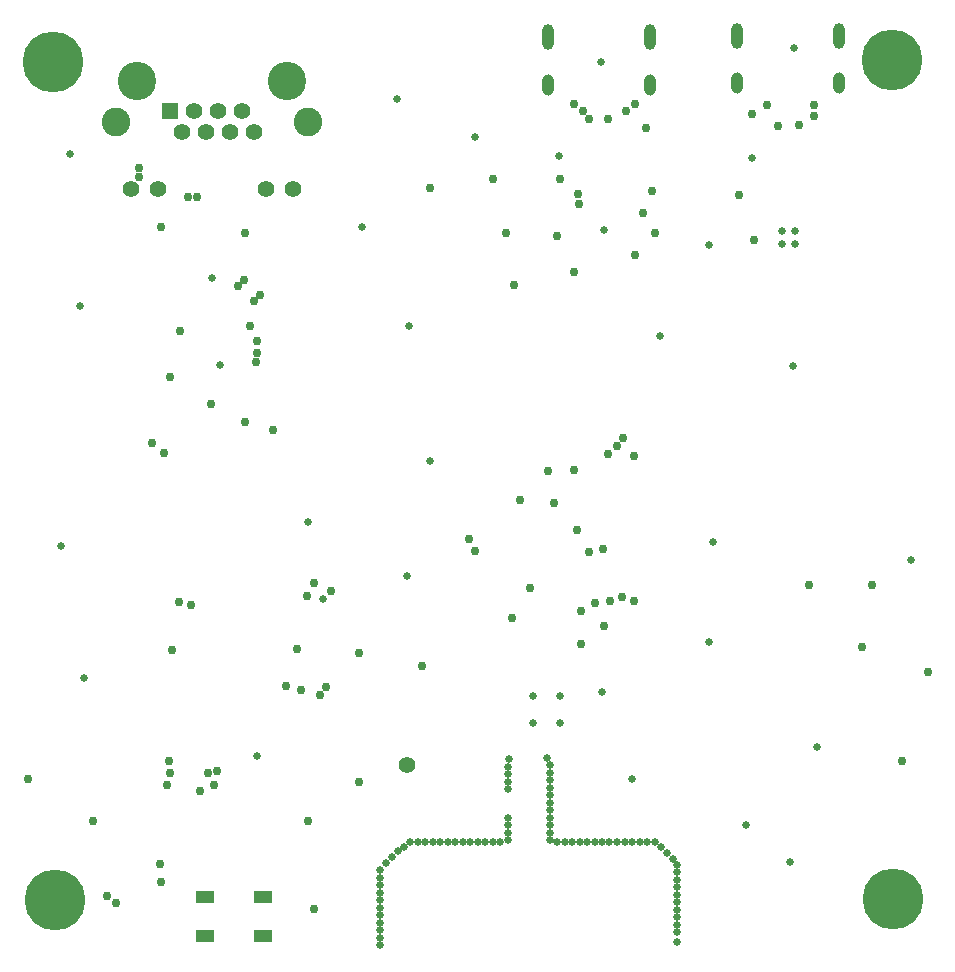
<source format=gbs>
G04*
G04 #@! TF.GenerationSoftware,Altium Limited,Altium Designer,23.6.0 (18)*
G04*
G04 Layer_Color=16711935*
%FSLAX25Y25*%
%MOIN*%
G70*
G04*
G04 #@! TF.SameCoordinates,9EB9F688-6EA2-4756-8BD5-BABC090EB3C1*
G04*
G04*
G04 #@! TF.FilePolarity,Negative*
G04*
G01*
G75*
G04:AMPARAMS|DCode=65|XSize=39.37mil|YSize=70.87mil|CornerRadius=19.68mil|HoleSize=0mil|Usage=FLASHONLY|Rotation=180.000|XOffset=0mil|YOffset=0mil|HoleType=Round|Shape=RoundedRectangle|*
%AMROUNDEDRECTD65*
21,1,0.03937,0.03150,0,0,180.0*
21,1,0.00000,0.07087,0,0,180.0*
1,1,0.03937,0.00000,0.01575*
1,1,0.03937,0.00000,0.01575*
1,1,0.03937,0.00000,-0.01575*
1,1,0.03937,0.00000,-0.01575*
%
%ADD65ROUNDEDRECTD65*%
G04:AMPARAMS|DCode=66|XSize=39.37mil|YSize=86.61mil|CornerRadius=19.68mil|HoleSize=0mil|Usage=FLASHONLY|Rotation=180.000|XOffset=0mil|YOffset=0mil|HoleType=Round|Shape=RoundedRectangle|*
%AMROUNDEDRECTD66*
21,1,0.03937,0.04724,0,0,180.0*
21,1,0.00000,0.08661,0,0,180.0*
1,1,0.03937,0.00000,0.02362*
1,1,0.03937,0.00000,0.02362*
1,1,0.03937,0.00000,-0.02362*
1,1,0.03937,0.00000,-0.02362*
%
%ADD66ROUNDEDRECTD66*%
%ADD67C,0.20276*%
%ADD68C,0.05472*%
%ADD69R,0.05472X0.05472*%
%ADD70C,0.09528*%
%ADD71C,0.12795*%
%ADD72C,0.02953*%
%ADD73C,0.02559*%
%ADD74C,0.05591*%
%ADD92R,0.06496X0.04134*%
D65*
X367508Y420780D02*
D03*
X333492D02*
D03*
X396492Y421280D02*
D03*
X430508D02*
D03*
D66*
X367508Y436528D02*
D03*
X333492D02*
D03*
X396492Y437028D02*
D03*
X430508D02*
D03*
D67*
X448000Y429000D02*
D03*
X448500Y149500D02*
D03*
X169000Y149000D02*
D03*
X168500Y428500D02*
D03*
D68*
X203508Y385862D02*
D03*
X194492D02*
D03*
X239492D02*
D03*
X248508D02*
D03*
X231500Y411846D02*
D03*
X223469D02*
D03*
X215437D02*
D03*
X235516Y404839D02*
D03*
X227484D02*
D03*
X219453D02*
D03*
X211421D02*
D03*
D69*
X207406Y411846D02*
D03*
D70*
X189492Y408343D02*
D03*
X253508D02*
D03*
D71*
X196500Y421846D02*
D03*
X246500D02*
D03*
D72*
X343500Y384500D02*
D03*
X397000Y384000D02*
D03*
X347000Y409500D02*
D03*
X353528D02*
D03*
X410000Y407000D02*
D03*
X417000Y407500D02*
D03*
X213500Y383500D02*
D03*
X197000Y390138D02*
D03*
X216362Y383500D02*
D03*
X197000Y393000D02*
D03*
X234103Y340274D02*
D03*
X237528Y350528D02*
D03*
X235504Y348504D02*
D03*
X232278Y355778D02*
D03*
X230254Y353754D02*
D03*
X204500Y373500D02*
D03*
X422000Y410500D02*
D03*
Y414000D02*
D03*
X406500D02*
D03*
X401500Y411000D02*
D03*
X402000Y369000D02*
D03*
X342000Y358500D02*
D03*
X366000Y406500D02*
D03*
X362500Y414500D02*
D03*
X359500Y412000D02*
D03*
X342000Y414500D02*
D03*
X345000Y412000D02*
D03*
X319500Y371500D02*
D03*
X315000Y389283D02*
D03*
X322000Y354000D02*
D03*
X253500Y175500D02*
D03*
X181846D02*
D03*
X160000Y189500D02*
D03*
X349000Y248000D02*
D03*
X321365Y243135D02*
D03*
X207000Y195500D02*
D03*
X207500Y191500D02*
D03*
X206500Y187500D02*
D03*
X204500Y155000D02*
D03*
X204000Y161000D02*
D03*
X368000Y385500D02*
D03*
X336500Y370500D02*
D03*
X365000Y378000D02*
D03*
X344500Y234500D02*
D03*
X255425Y254575D02*
D03*
X261000Y252000D02*
D03*
X253000Y250500D02*
D03*
X358000Y250000D02*
D03*
X354197Y248819D02*
D03*
X362209Y248653D02*
D03*
X351835Y265931D02*
D03*
X207319Y323334D02*
D03*
X210666Y338681D02*
D03*
X236500Y335500D02*
D03*
X347100Y265115D02*
D03*
X343623Y380952D02*
D03*
X221000Y314500D02*
D03*
X337500Y389500D02*
D03*
X369000Y371500D02*
D03*
X362500Y364000D02*
D03*
X352000Y240500D02*
D03*
X291500Y227000D02*
D03*
X270500Y188500D02*
D03*
X327500Y252972D02*
D03*
X362000Y297000D02*
D03*
X358500Y303000D02*
D03*
X356284Y300216D02*
D03*
X343000Y272500D02*
D03*
X344500Y245500D02*
D03*
X353500Y297784D02*
D03*
X342000Y292500D02*
D03*
X189500Y148000D02*
D03*
X324000Y282500D02*
D03*
X186500Y150500D02*
D03*
X307069Y269500D02*
D03*
X309000Y265500D02*
D03*
X333500Y292000D02*
D03*
X335500Y281500D02*
D03*
X259500Y220000D02*
D03*
X257500Y217500D02*
D03*
X451500Y195500D02*
D03*
X255500Y146000D02*
D03*
X246000Y220500D02*
D03*
X438000Y233500D02*
D03*
X270500Y231500D02*
D03*
X249722Y232778D02*
D03*
X294000Y386500D02*
D03*
X420500Y254000D02*
D03*
X232500Y371500D02*
D03*
X251000Y219000D02*
D03*
X441500Y254000D02*
D03*
X205482Y298000D02*
D03*
X222000Y187362D02*
D03*
X217500Y185431D02*
D03*
X223000Y192000D02*
D03*
X220000Y191500D02*
D03*
X232362Y308500D02*
D03*
X241654Y305654D02*
D03*
X214500Y247500D02*
D03*
X210500Y248500D02*
D03*
X208000Y232500D02*
D03*
X236000Y328500D02*
D03*
X236561Y331307D02*
D03*
X201500Y301500D02*
D03*
X460000Y225000D02*
D03*
D73*
X454500Y262500D02*
D03*
X415233Y327057D02*
D03*
X328500Y208000D02*
D03*
Y217000D02*
D03*
X337500D02*
D03*
Y208000D02*
D03*
X283233Y416057D02*
D03*
X174233Y397557D02*
D03*
X178733Y223057D02*
D03*
X171233Y267057D02*
D03*
X370733Y337057D02*
D03*
X388500Y268500D02*
D03*
X387000Y235000D02*
D03*
X253500Y275000D02*
D03*
X286500Y257000D02*
D03*
X294000Y295500D02*
D03*
X337000Y397000D02*
D03*
X401500Y396500D02*
D03*
X258500Y249500D02*
D03*
X352000Y372500D02*
D03*
X224000Y327500D02*
D03*
X320500Y196000D02*
D03*
X333000Y196500D02*
D03*
X277500Y134000D02*
D03*
Y136500D02*
D03*
Y139000D02*
D03*
Y141500D02*
D03*
Y144000D02*
D03*
Y146500D02*
D03*
Y149000D02*
D03*
Y151500D02*
D03*
Y154000D02*
D03*
Y156500D02*
D03*
Y159000D02*
D03*
X376500Y135000D02*
D03*
X376482Y138251D02*
D03*
Y140751D02*
D03*
Y143251D02*
D03*
Y145751D02*
D03*
Y148251D02*
D03*
Y150751D02*
D03*
Y153251D02*
D03*
Y155751D02*
D03*
Y158251D02*
D03*
Y160751D02*
D03*
X374982Y162751D02*
D03*
X372982Y164751D02*
D03*
X370982Y166751D02*
D03*
X368982Y168251D02*
D03*
X366482D02*
D03*
X363982D02*
D03*
X361482D02*
D03*
X358982D02*
D03*
X356482D02*
D03*
X353918Y168312D02*
D03*
X351482Y168251D02*
D03*
X348982D02*
D03*
X346482D02*
D03*
X343982D02*
D03*
X341482D02*
D03*
X338982D02*
D03*
X336482D02*
D03*
X279482Y161251D02*
D03*
X281482Y163251D02*
D03*
X283482Y165251D02*
D03*
X285482Y166751D02*
D03*
X287482Y168251D02*
D03*
X289982D02*
D03*
X292482D02*
D03*
X294982D02*
D03*
X297482D02*
D03*
X299982D02*
D03*
X302482D02*
D03*
X304982D02*
D03*
X307482D02*
D03*
X309982D02*
D03*
X312482D02*
D03*
X314982D02*
D03*
X317482D02*
D03*
X287000Y340500D02*
D03*
X271342Y373400D02*
D03*
X309000Y403500D02*
D03*
X351000Y428500D02*
D03*
X387000Y367500D02*
D03*
X415500Y433000D02*
D03*
X351500Y218500D02*
D03*
X236500Y197000D02*
D03*
X320000Y193500D02*
D03*
Y191000D02*
D03*
Y188500D02*
D03*
Y186000D02*
D03*
Y176500D02*
D03*
Y174000D02*
D03*
Y171500D02*
D03*
Y169000D02*
D03*
X334000D02*
D03*
Y171500D02*
D03*
Y174000D02*
D03*
Y176500D02*
D03*
Y179000D02*
D03*
Y181500D02*
D03*
Y184000D02*
D03*
Y186500D02*
D03*
Y189000D02*
D03*
Y191500D02*
D03*
Y194000D02*
D03*
X361500Y189500D02*
D03*
X414217Y161823D02*
D03*
X399500Y174000D02*
D03*
X423000Y200000D02*
D03*
X221500Y356500D02*
D03*
X177500Y347000D02*
D03*
X415665Y372165D02*
D03*
Y367835D02*
D03*
X411335Y372165D02*
D03*
Y367835D02*
D03*
D74*
X286500Y194000D02*
D03*
D92*
X238500Y150000D02*
D03*
Y137008D02*
D03*
X219209D02*
D03*
Y150000D02*
D03*
M02*

</source>
